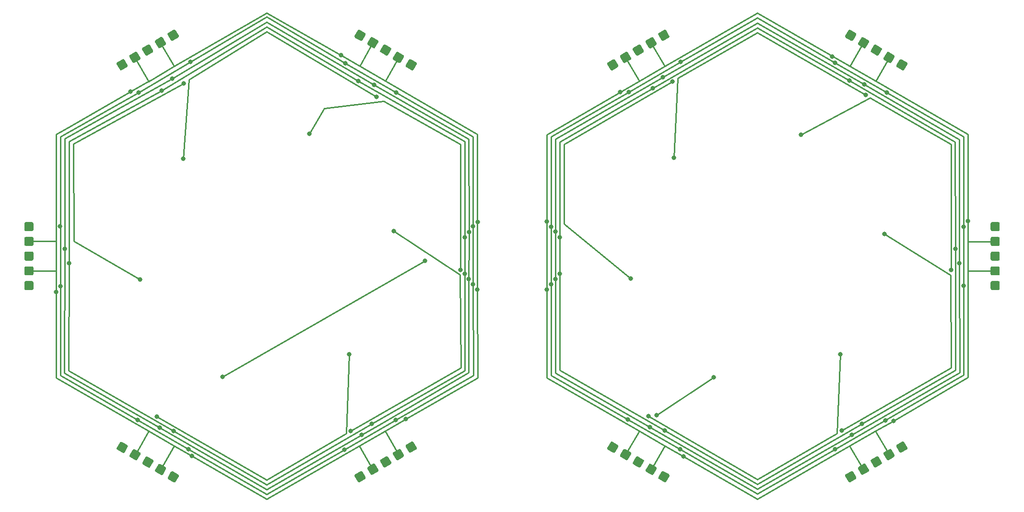
<source format=gbr>
%TF.GenerationSoftware,KiCad,Pcbnew,(5.1.9)-1*%
%TF.CreationDate,2021-06-09T00:59:48-05:00*%
%TF.ProjectId,neopixel_hexigons,6e656f70-6978-4656-9c5f-68657869676f,rev?*%
%TF.SameCoordinates,Original*%
%TF.FileFunction,Copper,L2,Bot*%
%TF.FilePolarity,Positive*%
%FSLAX46Y46*%
G04 Gerber Fmt 4.6, Leading zero omitted, Abs format (unit mm)*
G04 Created by KiCad (PCBNEW (5.1.9)-1) date 2021-06-09 00:59:48*
%MOMM*%
%LPD*%
G01*
G04 APERTURE LIST*
%TA.AperFunction,ViaPad*%
%ADD10C,0.800000*%
%TD*%
%TA.AperFunction,Conductor*%
%ADD11C,0.250000*%
%TD*%
G04 APERTURE END LIST*
%TO.P,HP19,1*%
%TO.N,+5V*%
%TA.AperFunction,ComponentPad*%
G36*
G01*
X88872207Y-136622138D02*
X88322207Y-137574766D01*
G75*
G02*
X87980701Y-137666272I-216506J125000D01*
G01*
X87028073Y-137116272D01*
G75*
G02*
X86936567Y-136774766I125000J216506D01*
G01*
X87486567Y-135822138D01*
G75*
G02*
X87828073Y-135730632I216506J-125000D01*
G01*
X88780701Y-136280632D01*
G75*
G02*
X88872207Y-136622138I-125000J-216506D01*
G01*
G37*
%TD.AperFunction*%
%TD*%
%TO.P,HG19,1*%
%TO.N,GND*%
%TA.AperFunction,ComponentPad*%
G36*
G01*
X86617510Y-135320388D02*
X86067510Y-136273016D01*
G75*
G02*
X85726004Y-136364522I-216506J125000D01*
G01*
X84773376Y-135814522D01*
G75*
G02*
X84681870Y-135473016I125000J216506D01*
G01*
X85231870Y-134520388D01*
G75*
G02*
X85573376Y-134428882I216506J-125000D01*
G01*
X86526004Y-134978882D01*
G75*
G02*
X86617510Y-135320388I-125000J-216506D01*
G01*
G37*
%TD.AperFunction*%
%TD*%
%TO.P,HG20,1*%
%TO.N,GND*%
%TA.AperFunction,ComponentPad*%
G36*
G01*
X82108116Y-132716889D02*
X81558116Y-133669517D01*
G75*
G02*
X81216610Y-133761023I-216506J125000D01*
G01*
X80263982Y-133211023D01*
G75*
G02*
X80172476Y-132869517I125000J216506D01*
G01*
X80722476Y-131916889D01*
G75*
G02*
X81063982Y-131825383I216506J-125000D01*
G01*
X82016610Y-132375383D01*
G75*
G02*
X82108116Y-132716889I-125000J-216506D01*
G01*
G37*
%TD.AperFunction*%
%TD*%
%TO.P,HP20,1*%
%TO.N,+5V*%
%TA.AperFunction,ComponentPad*%
G36*
G01*
X79853418Y-131415139D02*
X79303418Y-132367767D01*
G75*
G02*
X78961912Y-132459273I-216506J125000D01*
G01*
X78009284Y-131909273D01*
G75*
G02*
X77917778Y-131567767I125000J216506D01*
G01*
X78467778Y-130615139D01*
G75*
G02*
X78809284Y-130523633I216506J-125000D01*
G01*
X79761912Y-131073633D01*
G75*
G02*
X79853418Y-131415139I-125000J-216506D01*
G01*
G37*
%TD.AperFunction*%
%TD*%
%TO.P,HG17,1*%
%TO.N,GND*%
%TA.AperFunction,ComponentPad*%
G36*
G01*
X128056578Y-131877117D02*
X128606578Y-132829745D01*
G75*
G02*
X128515072Y-133171251I-216506J-125000D01*
G01*
X127562444Y-133721251D01*
G75*
G02*
X127220938Y-133629745I-125000J216506D01*
G01*
X126670938Y-132677117D01*
G75*
G02*
X126762444Y-132335611I216506J125000D01*
G01*
X127715072Y-131785611D01*
G75*
G02*
X128056578Y-131877117I125000J-216506D01*
G01*
G37*
%TD.AperFunction*%
%TD*%
%TO.P,HG18,1*%
%TO.N,GND*%
%TA.AperFunction,ComponentPad*%
G36*
G01*
X123547184Y-134480618D02*
X124097184Y-135433246D01*
G75*
G02*
X124005678Y-135774752I-216506J-125000D01*
G01*
X123053050Y-136324752D01*
G75*
G02*
X122711544Y-136233246I-125000J216506D01*
G01*
X122161544Y-135280618D01*
G75*
G02*
X122253050Y-134939112I216506J125000D01*
G01*
X123205678Y-134389112D01*
G75*
G02*
X123547184Y-134480618I125000J-216506D01*
G01*
G37*
%TD.AperFunction*%
%TD*%
%TO.P,HS10,1*%
%TO.N,Net-(HS10-Pad1)*%
%TA.AperFunction,ComponentPad*%
G36*
G01*
X84362813Y-134018639D02*
X83812813Y-134971267D01*
G75*
G02*
X83471307Y-135062773I-216506J125000D01*
G01*
X82518679Y-134512773D01*
G75*
G02*
X82427173Y-134171267I125000J216506D01*
G01*
X82977173Y-133218639D01*
G75*
G02*
X83318679Y-133127133I216506J-125000D01*
G01*
X84271307Y-133677133D01*
G75*
G02*
X84362813Y-134018639I-125000J-216506D01*
G01*
G37*
%TD.AperFunction*%
%TD*%
%TO.P,HP17,1*%
%TO.N,+5V*%
%TA.AperFunction,ComponentPad*%
G36*
G01*
X130311275Y-130575366D02*
X130861275Y-131527994D01*
G75*
G02*
X130769769Y-131869500I-216506J-125000D01*
G01*
X129817141Y-132419500D01*
G75*
G02*
X129475635Y-132327994I-125000J216506D01*
G01*
X128925635Y-131375366D01*
G75*
G02*
X129017141Y-131033860I216506J125000D01*
G01*
X129969769Y-130483860D01*
G75*
G02*
X130311275Y-130575366I125000J-216506D01*
G01*
G37*
%TD.AperFunction*%
%TD*%
%TO.P,HP18,1*%
%TO.N,+5V*%
%TA.AperFunction,ComponentPad*%
G36*
G01*
X121292487Y-135782368D02*
X121842487Y-136734996D01*
G75*
G02*
X121750981Y-137076502I-216506J-125000D01*
G01*
X120798353Y-137626502D01*
G75*
G02*
X120456847Y-137534996I-125000J216506D01*
G01*
X119906847Y-136582368D01*
G75*
G02*
X119998353Y-136240862I216506J125000D01*
G01*
X120950981Y-135690862D01*
G75*
G02*
X121292487Y-135782368I125000J-216506D01*
G01*
G37*
%TD.AperFunction*%
%TD*%
%TO.P,HS9,1*%
%TO.N,Net-(HS9-Pad1)*%
%TA.AperFunction,ComponentPad*%
G36*
G01*
X125801881Y-133178868D02*
X126351881Y-134131496D01*
G75*
G02*
X126260375Y-134473002I-216506J-125000D01*
G01*
X125307747Y-135023002D01*
G75*
G02*
X124966241Y-134931496I-125000J216506D01*
G01*
X124416241Y-133978868D01*
G75*
G02*
X124507747Y-133637362I216506J125000D01*
G01*
X125460375Y-133087362D01*
G75*
G02*
X125801881Y-133178868I125000J-216506D01*
G01*
G37*
%TD.AperFunction*%
%TD*%
%TO.P,HG15,1*%
%TO.N,GND*%
%TA.AperFunction,ComponentPad*%
G36*
G01*
X173212284Y-135295233D02*
X172662284Y-136247861D01*
G75*
G02*
X172320778Y-136339367I-216506J125000D01*
G01*
X171368150Y-135789367D01*
G75*
G02*
X171276644Y-135447861I125000J216506D01*
G01*
X171826644Y-134495233D01*
G75*
G02*
X172168150Y-134403727I216506J-125000D01*
G01*
X173120778Y-134953727D01*
G75*
G02*
X173212284Y-135295233I-125000J-216506D01*
G01*
G37*
%TD.AperFunction*%
%TD*%
%TO.P,HG16,1*%
%TO.N,GND*%
%TA.AperFunction,ComponentPad*%
G36*
G01*
X168702889Y-132691733D02*
X168152889Y-133644361D01*
G75*
G02*
X167811383Y-133735867I-216506J125000D01*
G01*
X166858755Y-133185867D01*
G75*
G02*
X166767249Y-132844361I125000J216506D01*
G01*
X167317249Y-131891733D01*
G75*
G02*
X167658755Y-131800227I216506J-125000D01*
G01*
X168611383Y-132350227D01*
G75*
G02*
X168702889Y-132691733I-125000J-216506D01*
G01*
G37*
%TD.AperFunction*%
%TD*%
%TO.P,HP15,1*%
%TO.N,+5V*%
%TA.AperFunction,ComponentPad*%
G36*
G01*
X175466980Y-136596982D02*
X174916980Y-137549610D01*
G75*
G02*
X174575474Y-137641116I-216506J125000D01*
G01*
X173622846Y-137091116D01*
G75*
G02*
X173531340Y-136749610I125000J216506D01*
G01*
X174081340Y-135796982D01*
G75*
G02*
X174422846Y-135705476I216506J-125000D01*
G01*
X175375474Y-136255476D01*
G75*
G02*
X175466980Y-136596982I-125000J-216506D01*
G01*
G37*
%TD.AperFunction*%
%TD*%
%TO.P,HP16,1*%
%TO.N,+5V*%
%TA.AperFunction,ComponentPad*%
G36*
G01*
X166448192Y-131389983D02*
X165898192Y-132342611D01*
G75*
G02*
X165556686Y-132434117I-216506J125000D01*
G01*
X164604058Y-131884117D01*
G75*
G02*
X164512552Y-131542611I125000J216506D01*
G01*
X165062552Y-130589983D01*
G75*
G02*
X165404058Y-130498477I216506J-125000D01*
G01*
X166356686Y-131048477D01*
G75*
G02*
X166448192Y-131389983I-125000J-216506D01*
G01*
G37*
%TD.AperFunction*%
%TD*%
%TO.P,HS8,1*%
%TO.N,Net-(HS8-Pad1)*%
%TA.AperFunction,ComponentPad*%
G36*
G01*
X170957586Y-133993483D02*
X170407586Y-134946111D01*
G75*
G02*
X170066080Y-135037617I-216506J125000D01*
G01*
X169113452Y-134487617D01*
G75*
G02*
X169021946Y-134146111I125000J216506D01*
G01*
X169571946Y-133193483D01*
G75*
G02*
X169913452Y-133101977I216506J-125000D01*
G01*
X170866080Y-133651977D01*
G75*
G02*
X170957586Y-133993483I-125000J-216506D01*
G01*
G37*
%TD.AperFunction*%
%TD*%
%TO.P,HG13,1*%
%TO.N,GND*%
%TA.AperFunction,ComponentPad*%
G36*
G01*
X214661743Y-131879056D02*
X215211743Y-132831684D01*
G75*
G02*
X215120237Y-133173190I-216506J-125000D01*
G01*
X214167609Y-133723190D01*
G75*
G02*
X213826103Y-133631684I-125000J216506D01*
G01*
X213276103Y-132679056D01*
G75*
G02*
X213367609Y-132337550I216506J125000D01*
G01*
X214320237Y-131787550D01*
G75*
G02*
X214661743Y-131879056I125000J-216506D01*
G01*
G37*
%TD.AperFunction*%
%TD*%
%TO.P,HP13,1*%
%TO.N,+5V*%
%TA.AperFunction,ComponentPad*%
G36*
G01*
X216916440Y-130577306D02*
X217466440Y-131529934D01*
G75*
G02*
X217374934Y-131871440I-216506J-125000D01*
G01*
X216422306Y-132421440D01*
G75*
G02*
X216080800Y-132329934I-125000J216506D01*
G01*
X215530800Y-131377306D01*
G75*
G02*
X215622306Y-131035800I216506J125000D01*
G01*
X216574934Y-130485800D01*
G75*
G02*
X216916440Y-130577306I125000J-216506D01*
G01*
G37*
%TD.AperFunction*%
%TD*%
%TO.P,HG14,1*%
%TO.N,GND*%
%TA.AperFunction,ComponentPad*%
G36*
G01*
X210152350Y-134482556D02*
X210702350Y-135435184D01*
G75*
G02*
X210610844Y-135776690I-216506J-125000D01*
G01*
X209658216Y-136326690D01*
G75*
G02*
X209316710Y-136235184I-125000J216506D01*
G01*
X208766710Y-135282556D01*
G75*
G02*
X208858216Y-134941050I216506J125000D01*
G01*
X209810844Y-134391050D01*
G75*
G02*
X210152350Y-134482556I125000J-216506D01*
G01*
G37*
%TD.AperFunction*%
%TD*%
%TO.P,HP14,1*%
%TO.N,+5V*%
%TA.AperFunction,ComponentPad*%
G36*
G01*
X207897652Y-135784307D02*
X208447652Y-136736935D01*
G75*
G02*
X208356146Y-137078441I-216506J-125000D01*
G01*
X207403518Y-137628441D01*
G75*
G02*
X207062012Y-137536935I-125000J216506D01*
G01*
X206512012Y-136584307D01*
G75*
G02*
X206603518Y-136242801I216506J125000D01*
G01*
X207556146Y-135692801D01*
G75*
G02*
X207897652Y-135784307I125000J-216506D01*
G01*
G37*
%TD.AperFunction*%
%TD*%
%TO.P,HS7,1*%
%TO.N,Net-(HS7-Pad1)*%
%TA.AperFunction,ComponentPad*%
G36*
G01*
X212407047Y-133180807D02*
X212957047Y-134133435D01*
G75*
G02*
X212865541Y-134474941I-216506J-125000D01*
G01*
X211912913Y-135024941D01*
G75*
G02*
X211571407Y-134933435I-125000J216506D01*
G01*
X211021407Y-133980807D01*
G75*
G02*
X211112913Y-133639301I216506J125000D01*
G01*
X212065541Y-133089301D01*
G75*
G02*
X212407047Y-133180807I125000J-216506D01*
G01*
G37*
%TD.AperFunction*%
%TD*%
%TO.P,HS4,1*%
%TO.N,Net-(HS4-Pad1)*%
%TA.AperFunction,ComponentPad*%
G36*
G01*
X169558981Y-62205657D02*
X169008981Y-61253029D01*
G75*
G02*
X169100487Y-60911523I216506J125000D01*
G01*
X170053115Y-60361523D01*
G75*
G02*
X170394621Y-60453029I125000J-216506D01*
G01*
X170944621Y-61405657D01*
G75*
G02*
X170853115Y-61747163I-216506J-125000D01*
G01*
X169900487Y-62297163D01*
G75*
G02*
X169558981Y-62205657I-125000J216506D01*
G01*
G37*
%TD.AperFunction*%
%TD*%
%TO.P,HP7,1*%
%TO.N,+5V*%
%TA.AperFunction,ComponentPad*%
G36*
G01*
X165049586Y-64809157D02*
X164499586Y-63856529D01*
G75*
G02*
X164591092Y-63515023I216506J125000D01*
G01*
X165543720Y-62965023D01*
G75*
G02*
X165885226Y-63056529I125000J-216506D01*
G01*
X166435226Y-64009157D01*
G75*
G02*
X166343720Y-64350663I-216506J-125000D01*
G01*
X165391092Y-64900663D01*
G75*
G02*
X165049586Y-64809157I-125000J216506D01*
G01*
G37*
%TD.AperFunction*%
%TD*%
%TO.P,HG7,1*%
%TO.N,GND*%
%TA.AperFunction,ComponentPad*%
G36*
G01*
X167304283Y-63507407D02*
X166754283Y-62554779D01*
G75*
G02*
X166845789Y-62213273I216506J125000D01*
G01*
X167798417Y-61663273D01*
G75*
G02*
X168139923Y-61754779I125000J-216506D01*
G01*
X168689923Y-62707407D01*
G75*
G02*
X168598417Y-63048913I-216506J-125000D01*
G01*
X167645789Y-63598913D01*
G75*
G02*
X167304283Y-63507407I-125000J216506D01*
G01*
G37*
%TD.AperFunction*%
%TD*%
%TO.P,HP8,1*%
%TO.N,+5V*%
%TA.AperFunction,ComponentPad*%
G36*
G01*
X174068375Y-59602157D02*
X173518375Y-58649529D01*
G75*
G02*
X173609881Y-58308023I216506J125000D01*
G01*
X174562509Y-57758023D01*
G75*
G02*
X174904015Y-57849529I125000J-216506D01*
G01*
X175454015Y-58802157D01*
G75*
G02*
X175362509Y-59143663I-216506J-125000D01*
G01*
X174409881Y-59693663D01*
G75*
G02*
X174068375Y-59602157I-125000J216506D01*
G01*
G37*
%TD.AperFunction*%
%TD*%
%TO.P,HG8,1*%
%TO.N,GND*%
%TA.AperFunction,ComponentPad*%
G36*
G01*
X171813678Y-60903907D02*
X171263678Y-59951279D01*
G75*
G02*
X171355184Y-59609773I216506J125000D01*
G01*
X172307812Y-59059773D01*
G75*
G02*
X172649318Y-59151279I125000J-216506D01*
G01*
X173199318Y-60103907D01*
G75*
G02*
X173107812Y-60445413I-216506J-125000D01*
G01*
X172155184Y-60995413D01*
G75*
G02*
X171813678Y-60903907I-125000J216506D01*
G01*
G37*
%TD.AperFunction*%
%TD*%
%TO.P,HS6,1*%
%TO.N,Net-(HS6-Pad1)*%
%TA.AperFunction,ComponentPad*%
G36*
G01*
X232426348Y-96916646D02*
X233526348Y-96916646D01*
G75*
G02*
X233776348Y-97166646I0J-250000D01*
G01*
X233776348Y-98266646D01*
G75*
G02*
X233526348Y-98516646I-250000J0D01*
G01*
X232426348Y-98516646D01*
G75*
G02*
X232176348Y-98266646I0J250000D01*
G01*
X232176348Y-97166646D01*
G75*
G02*
X232426348Y-96916646I250000J0D01*
G01*
G37*
%TD.AperFunction*%
%TD*%
%TO.P,HS5,1*%
%TO.N,Net-(HS5-Pad1)*%
%TA.AperFunction,ComponentPad*%
G36*
G01*
X211030174Y-61407432D02*
X211580174Y-60454804D01*
G75*
G02*
X211921680Y-60363298I216506J-125000D01*
G01*
X212874308Y-60913298D01*
G75*
G02*
X212965814Y-61254804I-125000J-216506D01*
G01*
X212415814Y-62207432D01*
G75*
G02*
X212074308Y-62298938I-216506J125000D01*
G01*
X211121680Y-61748938D01*
G75*
G02*
X211030174Y-61407432I125000J216506D01*
G01*
G37*
%TD.AperFunction*%
%TD*%
%TO.P,HS3,1*%
%TO.N,Net-(HS3-Pad1)*%
%TA.AperFunction,ComponentPad*%
G36*
G01*
X124409962Y-61398112D02*
X124959962Y-60445484D01*
G75*
G02*
X125301468Y-60353978I216506J-125000D01*
G01*
X126254096Y-60903978D01*
G75*
G02*
X126345602Y-61245484I-125000J-216506D01*
G01*
X125795602Y-62198112D01*
G75*
G02*
X125454096Y-62289618I-216506J125000D01*
G01*
X124501468Y-61739618D01*
G75*
G02*
X124409962Y-61398112I125000J216506D01*
G01*
G37*
%TD.AperFunction*%
%TD*%
%TO.P,HS2,1*%
%TO.N,Net-(HS2-Pad1)*%
%TA.AperFunction,ComponentPad*%
G36*
G01*
X82946646Y-62185412D02*
X82396646Y-61232784D01*
G75*
G02*
X82488152Y-60891278I216506J125000D01*
G01*
X83440780Y-60341278D01*
G75*
G02*
X83782286Y-60432784I125000J-216506D01*
G01*
X84332286Y-61385412D01*
G75*
G02*
X84240780Y-61726918I-216506J-125000D01*
G01*
X83288152Y-62276918D01*
G75*
G02*
X82946646Y-62185412I-125000J216506D01*
G01*
G37*
%TD.AperFunction*%
%TD*%
%TO.P,HP12,1*%
%TO.N,+5V*%
%TA.AperFunction,ComponentPad*%
G36*
G01*
X232426348Y-102123646D02*
X233526348Y-102123646D01*
G75*
G02*
X233776348Y-102373646I0J-250000D01*
G01*
X233776348Y-103473646D01*
G75*
G02*
X233526348Y-103723646I-250000J0D01*
G01*
X232426348Y-103723646D01*
G75*
G02*
X232176348Y-103473646I0J250000D01*
G01*
X232176348Y-102373646D01*
G75*
G02*
X232426348Y-102123646I250000J0D01*
G01*
G37*
%TD.AperFunction*%
%TD*%
%TO.P,HG12,1*%
%TO.N,GND*%
%TA.AperFunction,ComponentPad*%
G36*
G01*
X232426348Y-99520146D02*
X233526348Y-99520146D01*
G75*
G02*
X233776348Y-99770146I0J-250000D01*
G01*
X233776348Y-100870146D01*
G75*
G02*
X233526348Y-101120146I-250000J0D01*
G01*
X232426348Y-101120146D01*
G75*
G02*
X232176348Y-100870146I0J250000D01*
G01*
X232176348Y-99770146D01*
G75*
G02*
X232426348Y-99520146I250000J0D01*
G01*
G37*
%TD.AperFunction*%
%TD*%
%TO.P,HP11,1*%
%TO.N,+5V*%
%TA.AperFunction,ComponentPad*%
G36*
G01*
X232426347Y-91709647D02*
X233526347Y-91709647D01*
G75*
G02*
X233776347Y-91959647I0J-250000D01*
G01*
X233776347Y-93059647D01*
G75*
G02*
X233526347Y-93309647I-250000J0D01*
G01*
X232426347Y-93309647D01*
G75*
G02*
X232176347Y-93059647I0J250000D01*
G01*
X232176347Y-91959647D01*
G75*
G02*
X232426347Y-91709647I250000J0D01*
G01*
G37*
%TD.AperFunction*%
%TD*%
%TO.P,HG11,1*%
%TO.N,GND*%
%TA.AperFunction,ComponentPad*%
G36*
G01*
X232426347Y-94313146D02*
X233526347Y-94313146D01*
G75*
G02*
X233776347Y-94563146I0J-250000D01*
G01*
X233776347Y-95663146D01*
G75*
G02*
X233526347Y-95913146I-250000J0D01*
G01*
X232426347Y-95913146D01*
G75*
G02*
X232176347Y-95663146I0J250000D01*
G01*
X232176347Y-94563146D01*
G75*
G02*
X232426347Y-94313146I250000J0D01*
G01*
G37*
%TD.AperFunction*%
%TD*%
%TO.P,HP10,1*%
%TO.N,+5V*%
%TA.AperFunction,ComponentPad*%
G36*
G01*
X215539569Y-64010932D02*
X216089569Y-63058304D01*
G75*
G02*
X216431075Y-62966798I216506J-125000D01*
G01*
X217383703Y-63516798D01*
G75*
G02*
X217475209Y-63858304I-125000J-216506D01*
G01*
X216925209Y-64810932D01*
G75*
G02*
X216583703Y-64902438I-216506J125000D01*
G01*
X215631075Y-64352438D01*
G75*
G02*
X215539569Y-64010932I125000J216506D01*
G01*
G37*
%TD.AperFunction*%
%TD*%
%TO.P,HG10,1*%
%TO.N,GND*%
%TA.AperFunction,ComponentPad*%
G36*
G01*
X213284871Y-62709182D02*
X213834871Y-61756554D01*
G75*
G02*
X214176377Y-61665048I216506J-125000D01*
G01*
X215129005Y-62215048D01*
G75*
G02*
X215220511Y-62556554I-125000J-216506D01*
G01*
X214670511Y-63509182D01*
G75*
G02*
X214329005Y-63600688I-216506J125000D01*
G01*
X213376377Y-63050688D01*
G75*
G02*
X213284871Y-62709182I125000J216506D01*
G01*
G37*
%TD.AperFunction*%
%TD*%
%TO.P,HP9,1*%
%TO.N,+5V*%
%TA.AperFunction,ComponentPad*%
G36*
G01*
X206520780Y-58803932D02*
X207070780Y-57851304D01*
G75*
G02*
X207412286Y-57759798I216506J-125000D01*
G01*
X208364914Y-58309798D01*
G75*
G02*
X208456420Y-58651304I-125000J-216506D01*
G01*
X207906420Y-59603932D01*
G75*
G02*
X207564914Y-59695438I-216506J125000D01*
G01*
X206612286Y-59145438D01*
G75*
G02*
X206520780Y-58803932I125000J216506D01*
G01*
G37*
%TD.AperFunction*%
%TD*%
%TO.P,HG9,1*%
%TO.N,GND*%
%TA.AperFunction,ComponentPad*%
G36*
G01*
X208775477Y-60105682D02*
X209325477Y-59153054D01*
G75*
G02*
X209666983Y-59061548I216506J-125000D01*
G01*
X210619611Y-59611548D01*
G75*
G02*
X210711117Y-59953054I-125000J-216506D01*
G01*
X210161117Y-60905682D01*
G75*
G02*
X209819611Y-60997188I-216506J125000D01*
G01*
X208866983Y-60447188D01*
G75*
G02*
X208775477Y-60105682I125000J216506D01*
G01*
G37*
%TD.AperFunction*%
%TD*%
%TO.P,HP6,1*%
%TO.N,+5V*%
%TA.AperFunction,ComponentPad*%
G36*
G01*
X128919356Y-64001612D02*
X129469356Y-63048984D01*
G75*
G02*
X129810862Y-62957478I216506J-125000D01*
G01*
X130763490Y-63507478D01*
G75*
G02*
X130854996Y-63848984I-125000J-216506D01*
G01*
X130304996Y-64801612D01*
G75*
G02*
X129963490Y-64893118I-216506J125000D01*
G01*
X129010862Y-64343118D01*
G75*
G02*
X128919356Y-64001612I125000J216506D01*
G01*
G37*
%TD.AperFunction*%
%TD*%
%TO.P,HG6,1*%
%TO.N,GND*%
%TA.AperFunction,ComponentPad*%
G36*
G01*
X126664659Y-62699862D02*
X127214659Y-61747234D01*
G75*
G02*
X127556165Y-61655728I216506J-125000D01*
G01*
X128508793Y-62205728D01*
G75*
G02*
X128600299Y-62547234I-125000J-216506D01*
G01*
X128050299Y-63499862D01*
G75*
G02*
X127708793Y-63591368I-216506J125000D01*
G01*
X126756165Y-63041368D01*
G75*
G02*
X126664659Y-62699862I125000J216506D01*
G01*
G37*
%TD.AperFunction*%
%TD*%
%TO.P,HP5,1*%
%TO.N,+5V*%
%TA.AperFunction,ComponentPad*%
G36*
G01*
X119900568Y-58794612D02*
X120450568Y-57841984D01*
G75*
G02*
X120792074Y-57750478I216506J-125000D01*
G01*
X121744702Y-58300478D01*
G75*
G02*
X121836208Y-58641984I-125000J-216506D01*
G01*
X121286208Y-59594612D01*
G75*
G02*
X120944702Y-59686118I-216506J125000D01*
G01*
X119992074Y-59136118D01*
G75*
G02*
X119900568Y-58794612I125000J216506D01*
G01*
G37*
%TD.AperFunction*%
%TD*%
%TO.P,HG5,1*%
%TO.N,GND*%
%TA.AperFunction,ComponentPad*%
G36*
G01*
X122155265Y-60096362D02*
X122705265Y-59143734D01*
G75*
G02*
X123046771Y-59052228I216506J-125000D01*
G01*
X123999399Y-59602228D01*
G75*
G02*
X124090905Y-59943734I-125000J-216506D01*
G01*
X123540905Y-60896362D01*
G75*
G02*
X123199399Y-60987868I-216506J125000D01*
G01*
X122246771Y-60437868D01*
G75*
G02*
X122155265Y-60096362I125000J216506D01*
G01*
G37*
%TD.AperFunction*%
%TD*%
%TO.P,HP4,1*%
%TO.N,+5V*%
%TA.AperFunction,ComponentPad*%
G36*
G01*
X87456040Y-59581912D02*
X86906040Y-58629284D01*
G75*
G02*
X86997546Y-58287778I216506J125000D01*
G01*
X87950174Y-57737778D01*
G75*
G02*
X88291680Y-57829284I125000J-216506D01*
G01*
X88841680Y-58781912D01*
G75*
G02*
X88750174Y-59123418I-216506J-125000D01*
G01*
X87797546Y-59673418D01*
G75*
G02*
X87456040Y-59581912I-125000J216506D01*
G01*
G37*
%TD.AperFunction*%
%TD*%
%TO.P,HG4,1*%
%TO.N,GND*%
%TA.AperFunction,ComponentPad*%
G36*
G01*
X85201343Y-60883662D02*
X84651343Y-59931034D01*
G75*
G02*
X84742849Y-59589528I216506J125000D01*
G01*
X85695477Y-59039528D01*
G75*
G02*
X86036983Y-59131034I125000J-216506D01*
G01*
X86586983Y-60083662D01*
G75*
G02*
X86495477Y-60425168I-216506J-125000D01*
G01*
X85542849Y-60975168D01*
G75*
G02*
X85201343Y-60883662I-125000J216506D01*
G01*
G37*
%TD.AperFunction*%
%TD*%
%TO.P,HP3,1*%
%TO.N,+5V*%
%TA.AperFunction,ComponentPad*%
G36*
G01*
X78437252Y-64788912D02*
X77887252Y-63836284D01*
G75*
G02*
X77978758Y-63494778I216506J125000D01*
G01*
X78931386Y-62944778D01*
G75*
G02*
X79272892Y-63036284I125000J-216506D01*
G01*
X79822892Y-63988912D01*
G75*
G02*
X79731386Y-64330418I-216506J-125000D01*
G01*
X78778758Y-64880418D01*
G75*
G02*
X78437252Y-64788912I-125000J216506D01*
G01*
G37*
%TD.AperFunction*%
%TD*%
%TO.P,HG3,1*%
%TO.N,GND*%
%TA.AperFunction,ComponentPad*%
G36*
G01*
X80691949Y-63487162D02*
X80141949Y-62534534D01*
G75*
G02*
X80233455Y-62193028I216506J125000D01*
G01*
X81186083Y-61643028D01*
G75*
G02*
X81527589Y-61734534I125000J-216506D01*
G01*
X82077589Y-62687162D01*
G75*
G02*
X81986083Y-63028668I-216506J-125000D01*
G01*
X81033455Y-63578668D01*
G75*
G02*
X80691949Y-63487162I-125000J216506D01*
G01*
G37*
%TD.AperFunction*%
%TD*%
%TO.P,HP2,1*%
%TO.N,+5V*%
%TA.AperFunction,ComponentPad*%
G36*
G01*
X62957800Y-93306800D02*
X61857800Y-93306800D01*
G75*
G02*
X61607800Y-93056800I0J250000D01*
G01*
X61607800Y-91956800D01*
G75*
G02*
X61857800Y-91706800I250000J0D01*
G01*
X62957800Y-91706800D01*
G75*
G02*
X63207800Y-91956800I0J-250000D01*
G01*
X63207800Y-93056800D01*
G75*
G02*
X62957800Y-93306800I-250000J0D01*
G01*
G37*
%TD.AperFunction*%
%TD*%
%TO.P,HG2,1*%
%TO.N,GND*%
%TA.AperFunction,ComponentPad*%
G36*
G01*
X62957800Y-95910300D02*
X61857800Y-95910300D01*
G75*
G02*
X61607800Y-95660300I0J250000D01*
G01*
X61607800Y-94560300D01*
G75*
G02*
X61857800Y-94310300I250000J0D01*
G01*
X62957800Y-94310300D01*
G75*
G02*
X63207800Y-94560300I0J-250000D01*
G01*
X63207800Y-95660300D01*
G75*
G02*
X62957800Y-95910300I-250000J0D01*
G01*
G37*
%TD.AperFunction*%
%TD*%
%TO.P,HG1,1*%
%TO.N,GND*%
%TA.AperFunction,ComponentPad*%
G36*
G01*
X62957800Y-101117300D02*
X61857800Y-101117300D01*
G75*
G02*
X61607800Y-100867300I0J250000D01*
G01*
X61607800Y-99767300D01*
G75*
G02*
X61857800Y-99517300I250000J0D01*
G01*
X62957800Y-99517300D01*
G75*
G02*
X63207800Y-99767300I0J-250000D01*
G01*
X63207800Y-100867300D01*
G75*
G02*
X62957800Y-101117300I-250000J0D01*
G01*
G37*
%TD.AperFunction*%
%TD*%
%TO.P,HS1,1*%
%TO.N,Net-(HS1-Pad1)*%
%TA.AperFunction,ComponentPad*%
G36*
G01*
X62957800Y-98513800D02*
X61857800Y-98513800D01*
G75*
G02*
X61607800Y-98263800I0J250000D01*
G01*
X61607800Y-97163800D01*
G75*
G02*
X61857800Y-96913800I250000J0D01*
G01*
X62957800Y-96913800D01*
G75*
G02*
X63207800Y-97163800I0J-250000D01*
G01*
X63207800Y-98263800D01*
G75*
G02*
X62957800Y-98513800I-250000J0D01*
G01*
G37*
%TD.AperFunction*%
%TD*%
%TO.P,HP1,1*%
%TO.N,+5V*%
%TA.AperFunction,ComponentPad*%
G36*
G01*
X62957800Y-103720800D02*
X61857800Y-103720800D01*
G75*
G02*
X61607800Y-103470800I0J250000D01*
G01*
X61607800Y-102370800D01*
G75*
G02*
X61857800Y-102120800I250000J0D01*
G01*
X62957800Y-102120800D01*
G75*
G02*
X63207800Y-102370800I0J-250000D01*
G01*
X63207800Y-103470800D01*
G75*
G02*
X62957800Y-103720800I-250000J0D01*
G01*
G37*
%TD.AperFunction*%
%TD*%
D10*
%TO.N,GND*%
X91164586Y-133003114D03*
X128905000Y-126479300D03*
X141578539Y-103658461D03*
X153796334Y-103632666D03*
X153797000Y-91630500D03*
X141601543Y-91677843D03*
X166789100Y-68745100D03*
X228180900Y-91503500D03*
X117532536Y-62210564D03*
X67208400Y-104063800D03*
X177959372Y-133076328D03*
X204241400Y-62433200D03*
X214998606Y-126783794D03*
X80302100Y-68668900D03*
%TO.N,+5V*%
X90957400Y-63398400D03*
X81788000Y-68808600D03*
X67908000Y-92456000D03*
X127254000Y-68832915D03*
X118237000Y-63627000D03*
X67945000Y-102997000D03*
X90604313Y-131836187D03*
X140816822Y-92480163D03*
X154546300Y-92506800D03*
X154551216Y-102661884D03*
X140817600Y-102679500D03*
X168276713Y-68734113D03*
X213846234Y-68804966D03*
X227431600Y-102920800D03*
X227431600Y-92506800D03*
X177469800Y-63423800D03*
X213639400Y-126695200D03*
X204749400Y-63588900D03*
X204736700Y-131838700D03*
X168173400Y-126542800D03*
X177330100Y-131826000D03*
X127114300Y-126657100D03*
X118071900Y-131876800D03*
X81622900Y-126657100D03*
%TO.N,Net-(D1-Pad2)*%
X89750900Y-67208400D03*
X82003500Y-101840900D03*
%TO.N,Net-(D1-Pad4)*%
X85852000Y-68453000D03*
X120535700Y-66802000D03*
X69467795Y-98934205D03*
X139341121Y-94408521D03*
X172529500Y-68021200D03*
X207238600Y-66725800D03*
X225919492Y-96431908D03*
X156121249Y-94386549D03*
X156121209Y-100812709D03*
X139335038Y-100866738D03*
X209473800Y-127355600D03*
X174663100Y-128511300D03*
X122948700Y-127342900D03*
X87947500Y-128612900D03*
%TO.N,Net-(D2-Pad2)*%
X123774200Y-69596000D03*
X89611200Y-80467200D03*
%TO.N,Net-(D3-Pad2)*%
X138582400Y-100152200D03*
X111899700Y-76111100D03*
%TO.N,Net-(D4-Pad2)*%
X126809500Y-93268800D03*
X119189500Y-128638300D03*
%TO.N,Net-(D5-Pad2)*%
X84988400Y-126034800D03*
X118972656Y-115073756D03*
%TO.N,Net-(D6-Pad2)*%
X132321300Y-98513900D03*
X96626767Y-119019233D03*
%TO.N,Net-(D7-Pad2)*%
X176047400Y-66852800D03*
X168617920Y-101650820D03*
%TO.N,Net-(D8-Pad2)*%
X210121500Y-69278500D03*
X176293352Y-80370252D03*
%TO.N,Net-(D10-Pad4)*%
X198666100Y-76288900D03*
X225171000Y-100152200D03*
%TO.N,Net-(D10-Pad2)*%
X213397511Y-93776211D03*
X205892400Y-128473200D03*
%TO.N,Net-(D11-Pad2)*%
X205663800Y-115049300D03*
X171792900Y-125996700D03*
%TO.N,Net-(D12-Pad2)*%
X87680800Y-66370200D03*
X123317000Y-67437000D03*
X68707000Y-96393000D03*
X140080809Y-93446791D03*
X155359100Y-93408500D03*
X174345161Y-66115761D03*
X209905600Y-67411600D03*
X226670387Y-98983013D03*
X155342064Y-101760764D03*
X140061047Y-101732447D03*
X207708500Y-129235200D03*
X172046900Y-127901700D03*
X173228000Y-125793500D03*
X183253563Y-119120737D03*
X121132600Y-129260600D03*
X85483700Y-128041400D03*
%TD*%
D11*
%TO.N,GND*%
X81109769Y-62610848D02*
X83540600Y-66852800D01*
X83540600Y-66852800D02*
X88061800Y-64185800D01*
X85619163Y-60007348D02*
X88061800Y-64185800D01*
X67170300Y-100317300D02*
X67183000Y-100330000D01*
X62407800Y-100317300D02*
X67170300Y-100317300D01*
X62407800Y-95110300D02*
X67170300Y-95110300D01*
X67170300Y-95110300D02*
X67183000Y-95123000D01*
X67183000Y-100330000D02*
X67183000Y-95123000D01*
X123123085Y-60020048D02*
X120777000Y-64135000D01*
X127632479Y-62623548D02*
X125349000Y-66675000D01*
X117348000Y-62103000D02*
X104394000Y-54787800D01*
X141554200Y-76212700D02*
X117532536Y-62210564D01*
X141592300Y-119176800D02*
X141578539Y-103658461D01*
X104381300Y-140627100D02*
X91164586Y-133003114D01*
X104394000Y-54787800D02*
X88061800Y-64185800D01*
X128905000Y-126479300D02*
X141592300Y-119176800D01*
X141578539Y-103658461D02*
X141554200Y-76212700D01*
X170154271Y-66788971D02*
X174686329Y-64170929D01*
X214252691Y-62632868D02*
X211924900Y-66814700D01*
X211924900Y-66814700D02*
X228180900Y-76212700D01*
X190995300Y-54749700D02*
X174686329Y-64170929D01*
X209743297Y-60029368D02*
X207327500Y-64173100D01*
X207327500Y-64173100D02*
X190995300Y-54749700D01*
X207327500Y-64173100D02*
X211924900Y-66814700D01*
X232976348Y-100320146D02*
X228203454Y-100320146D01*
X232976347Y-95113146D02*
X228190754Y-95113146D01*
X174686329Y-64170929D02*
X172231498Y-60027593D01*
X170154271Y-66788971D02*
X167722103Y-62631093D01*
X153796334Y-103632666D02*
X153797000Y-91630500D01*
X153797000Y-76238100D02*
X170154271Y-66788971D01*
X153797000Y-91630500D02*
X153797000Y-76238100D01*
X228180900Y-76212700D02*
X228180900Y-91503500D01*
X117532536Y-62210564D02*
X117348000Y-62103000D01*
X67195700Y-103771700D02*
X67195700Y-119176800D01*
X67208400Y-104063800D02*
X67195700Y-103771700D01*
X67208400Y-104063800D02*
X67183000Y-100330000D01*
X191008000Y-140589000D02*
X177959372Y-133076328D01*
X228180900Y-95123000D02*
X228180900Y-91503500D01*
X228180900Y-119151400D02*
X228180900Y-95123000D01*
X211861400Y-128600200D02*
X214998606Y-126783794D01*
X211861400Y-128600200D02*
X214243923Y-132755370D01*
X214998606Y-126783794D02*
X228180900Y-119151400D01*
X211861400Y-128600200D02*
X207281070Y-131233470D01*
X207281070Y-131233470D02*
X191008000Y-140589000D01*
X207281070Y-131233470D02*
X209734530Y-135358870D01*
X177959372Y-133076328D02*
X174675800Y-131203700D01*
X153795470Y-119164100D02*
X153796334Y-103632666D01*
X172244464Y-135371547D02*
X174675800Y-131203700D01*
X174675800Y-131203700D02*
X170140662Y-128588738D01*
X170140662Y-128588738D02*
X153795470Y-119164100D01*
X170140662Y-128588738D02*
X167735069Y-132768047D01*
X128905000Y-126479300D02*
X125248592Y-128588692D01*
X125248592Y-128588692D02*
X127638758Y-132753431D01*
X125248592Y-128588692D02*
X120740442Y-131189458D01*
X120740442Y-131189458D02*
X104381300Y-140627100D01*
X120740442Y-131189458D02*
X123129364Y-135356932D01*
X88063772Y-131214428D02*
X91164586Y-133003114D01*
X88063772Y-131214428D02*
X85649690Y-135396702D01*
X67195700Y-119176800D02*
X83552563Y-128612163D01*
X83552563Y-128612163D02*
X88063772Y-131214428D01*
X83552563Y-128612163D02*
X81140296Y-132793203D01*
X83754481Y-66736481D02*
X83540600Y-66852800D01*
X67183000Y-76200000D02*
X67183000Y-95123000D01*
X80302100Y-68668900D02*
X83754481Y-66736481D01*
X69346901Y-74973001D02*
X67183000Y-76200000D01*
X80302100Y-68668900D02*
X69346901Y-74973001D01*
%TO.N,+5V*%
X81788000Y-68808600D02*
X90957400Y-63398400D01*
X118237000Y-63627000D02*
X127254000Y-68832915D01*
X104394000Y-55473600D02*
X90957400Y-63398400D01*
X118237000Y-63627000D02*
X104394000Y-55473600D01*
X67945000Y-102997000D02*
X67945000Y-76581000D01*
X67945000Y-76581000D02*
X81788000Y-68808600D01*
X140816822Y-92480163D02*
X140792200Y-76631800D01*
X140792200Y-76619100D02*
X127254000Y-68832915D01*
X154546300Y-92506800D02*
X154551216Y-102661884D01*
X154559000Y-76644500D02*
X154546300Y-92506800D01*
X140817600Y-102679500D02*
X140816822Y-92480163D01*
X140833874Y-118745000D02*
X140817600Y-102679500D01*
X168276713Y-68734113D02*
X154559000Y-76644500D01*
X213846234Y-68804966D02*
X227431600Y-76644500D01*
X227431600Y-76644500D02*
X227431600Y-92506800D01*
X227431600Y-92506800D02*
X227431600Y-102920800D01*
X177469800Y-63423800D02*
X168276713Y-68734113D01*
X191008000Y-55626000D02*
X177469800Y-63423800D01*
X213846234Y-68804966D02*
X204749400Y-63588900D01*
X204749400Y-63588900D02*
X191008000Y-55626000D01*
X227431600Y-118732300D02*
X227431600Y-102920800D01*
X204736700Y-131838700D02*
X227431600Y-118732300D01*
X154559000Y-118745000D02*
X154551216Y-102661884D01*
X168173400Y-126542800D02*
X154559000Y-118745000D01*
X177330100Y-131826000D02*
X168173400Y-126542800D01*
X191008000Y-139725400D02*
X204736700Y-131838700D01*
X177330100Y-131826000D02*
X191008000Y-139725400D01*
X127114300Y-126657100D02*
X140843000Y-118745000D01*
X127114300Y-126657100D02*
X118071900Y-131876800D01*
X104368600Y-139776200D02*
X90604313Y-131836187D01*
X118071900Y-131876800D02*
X104368600Y-139776200D01*
X67932300Y-118757700D02*
X67945000Y-102997000D01*
X81622900Y-126657100D02*
X67932300Y-118757700D01*
X81622900Y-126657100D02*
X90604313Y-131836187D01*
%TO.N,Net-(D1-Pad2)*%
X82003500Y-101840900D02*
X70345300Y-95046800D01*
X70231000Y-77851000D02*
X89750900Y-67208400D01*
X70345300Y-95046800D02*
X70231000Y-77851000D01*
%TO.N,Net-(D1-Pad4)*%
X69469000Y-77470000D02*
X85852000Y-68453000D01*
X69467795Y-98934205D02*
X69469000Y-77470000D01*
X104394000Y-57251600D02*
X120523000Y-66802000D01*
X85852000Y-68453000D02*
X104394000Y-57251600D01*
X139369800Y-77444600D02*
X120535700Y-66802000D01*
X139341121Y-94408521D02*
X139357100Y-77444600D01*
X207238600Y-66725800D02*
X225907600Y-77558900D01*
X190982600Y-57378600D02*
X172529500Y-68021200D01*
X207238600Y-66725800D02*
X190982600Y-57378600D01*
X225907600Y-77558900D02*
X225919492Y-96431908D01*
X156121249Y-94386549D02*
X156121209Y-100812709D01*
X156108400Y-77508100D02*
X172529500Y-68021200D01*
X156121249Y-94386549D02*
X156108400Y-77508100D01*
X139335038Y-100866738D02*
X139341121Y-94408521D01*
X209473800Y-127355600D02*
X225933000Y-117868700D01*
X225933000Y-117868700D02*
X225919492Y-96431908D01*
X156121100Y-117843300D02*
X156121209Y-100812709D01*
X191020700Y-137972800D02*
X209473800Y-127355600D01*
X174663100Y-128511300D02*
X191020700Y-137972800D01*
X174663100Y-128511300D02*
X156121100Y-117843300D01*
X139319000Y-117894100D02*
X139335038Y-100866738D01*
X122948700Y-127342900D02*
X139319000Y-117894100D01*
X87947500Y-128612900D02*
X104368600Y-138087100D01*
X69405500Y-117906800D02*
X69467795Y-98934205D01*
X87947500Y-128612900D02*
X69405500Y-117906800D01*
X104368600Y-138087100D02*
X122948700Y-127342900D01*
%TO.N,Net-(D2-Pad2)*%
X104394000Y-58089800D02*
X123774200Y-69596000D01*
X89611200Y-80467200D02*
X90678000Y-66548000D01*
X90678000Y-66548000D02*
X104394000Y-58089800D01*
%TO.N,Net-(D3-Pad2)*%
X138595100Y-77939900D02*
X138582400Y-100152200D01*
X125006100Y-70307200D02*
X138595100Y-77939900D01*
X114503200Y-71628000D02*
X125006100Y-70307200D01*
X111899700Y-76111100D02*
X114503200Y-71628000D01*
X138595100Y-77939900D02*
X138595100Y-77939900D01*
%TO.N,Net-(D4-Pad2)*%
X138531600Y-101003100D02*
X126809500Y-93268800D01*
X138645900Y-117462300D02*
X138531600Y-101003100D01*
X119189500Y-128638300D02*
X138645900Y-117462300D01*
%TO.N,Net-(D5-Pad2)*%
X104368600Y-137248900D02*
X84988400Y-126034800D01*
X118427500Y-129019300D02*
X104368600Y-137248900D01*
X118972656Y-115073756D02*
X118427500Y-129019300D01*
%TO.N,Net-(D6-Pad2)*%
X96626767Y-119019233D02*
X132321300Y-98513900D01*
%TO.N,Net-(D7-Pad2)*%
X156845000Y-77939900D02*
X176047400Y-66852800D01*
X156883100Y-92049600D02*
X156845000Y-77939900D01*
X168617920Y-101650820D02*
X156883100Y-92049600D01*
%TO.N,Net-(D8-Pad2)*%
X209765900Y-69202300D02*
X209765900Y-69202300D01*
X190982600Y-58229500D02*
X210121500Y-69278500D01*
X176898300Y-66319400D02*
X190982600Y-58229500D01*
X176293352Y-80370252D02*
X176923700Y-66294000D01*
%TO.N,Net-(D10-Pad4)*%
X210908900Y-69761100D02*
X198666100Y-76288900D01*
X225171000Y-77978000D02*
X210908900Y-69761100D01*
X225171000Y-100152200D02*
X225171000Y-77978000D01*
%TO.N,Net-(D10-Pad2)*%
X225120200Y-101066600D02*
X213397511Y-93776211D01*
X225196400Y-117449600D02*
X225120200Y-101066600D01*
X205892400Y-128473200D02*
X225196400Y-117449600D01*
%TO.N,Net-(D11-Pad2)*%
X205066900Y-129057400D02*
X205663800Y-115049300D01*
X191020700Y-137134600D02*
X205066900Y-129057400D01*
X171792900Y-125996700D02*
X191020700Y-137134600D01*
%TO.N,Net-(D12-Pad2)*%
X104394000Y-56388000D02*
X123317000Y-67437000D01*
X87680800Y-66370200D02*
X104394000Y-56388000D01*
X68707000Y-76962000D02*
X87680800Y-66370200D01*
X68707000Y-96393000D02*
X68707000Y-76962000D01*
X140055600Y-77076300D02*
X123317000Y-67437000D01*
X140083426Y-95145974D02*
X140080809Y-93446791D01*
X140080809Y-93446791D02*
X140055600Y-77076300D01*
X155359100Y-93408500D02*
X155333700Y-77063600D01*
X155333700Y-77063600D02*
X174345161Y-66115761D01*
X209905600Y-67411600D02*
X226656900Y-77127100D01*
X190995300Y-56527700D02*
X174345161Y-66115761D01*
X209905600Y-67411600D02*
X190995300Y-56527700D01*
X226656900Y-77127100D02*
X226670387Y-98983013D01*
X155342064Y-101760764D02*
X155359100Y-93408500D01*
X140061047Y-101732447D02*
X140083426Y-95145974D01*
X226682300Y-118287800D02*
X226670387Y-98983013D01*
X207708500Y-129235200D02*
X226682300Y-118287800D01*
X191020700Y-138823700D02*
X207708500Y-129235200D01*
X172046900Y-127901700D02*
X191020700Y-138823700D01*
X155308300Y-118313200D02*
X155342064Y-101760764D01*
X172046900Y-127901700D02*
X155308300Y-118313200D01*
X183253563Y-119120737D02*
X173228000Y-125793500D01*
X140004800Y-118287800D02*
X140061047Y-101732447D01*
X124688157Y-127215457D02*
X140004800Y-118287800D01*
X121132600Y-129260600D02*
X124688157Y-127215457D01*
X68668900Y-118338600D02*
X68707000Y-96393000D01*
X85483700Y-128041400D02*
X68668900Y-118338600D01*
X104368600Y-138938000D02*
X121132600Y-129260600D01*
X85483700Y-128041400D02*
X104368600Y-138938000D01*
%TD*%
M02*

</source>
